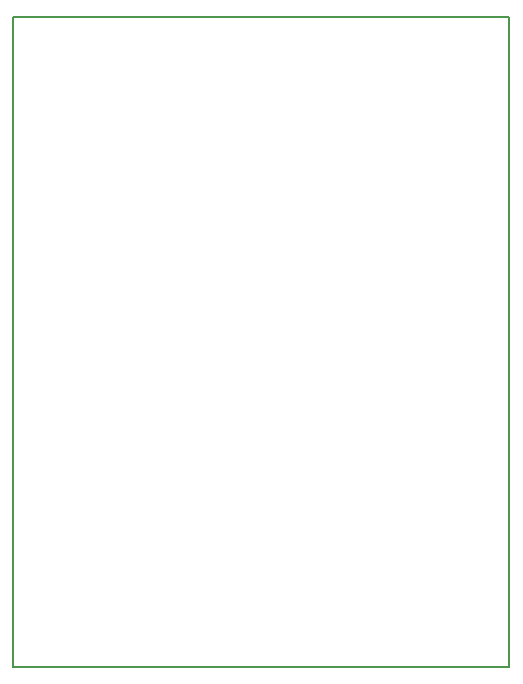
<source format=gbr>
G04 (created by PCBNEW (2013-mar-13)-testing) date Tue 02 Jul 2013 08:12:50 AM CEST*
%MOIN*%
G04 Gerber Fmt 3.4, Leading zero omitted, Abs format*
%FSLAX34Y34*%
G01*
G70*
G90*
G04 APERTURE LIST*
%ADD10C,0.006*%
%ADD11C,0.00590551*%
G04 APERTURE END LIST*
G54D10*
G54D11*
X40944Y-45669D02*
X40157Y-45669D01*
X40157Y-24015D02*
X40944Y-24015D01*
X24409Y-45669D02*
X40157Y-45669D01*
X24409Y-24015D02*
X40157Y-24015D01*
X24409Y-45669D02*
X24409Y-24015D01*
X40944Y-24015D02*
X40944Y-45669D01*
M02*

</source>
